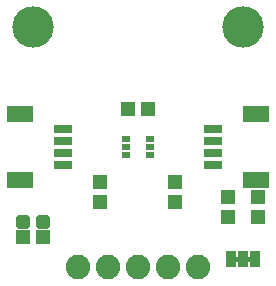
<source format=gts>
G75*
%MOIN*%
%OFA0B0*%
%FSLAX25Y25*%
%IPPOS*%
%LPD*%
%AMOC8*
5,1,8,0,0,1.08239X$1,22.5*
%
%ADD10R,0.04737X0.05131*%
%ADD11C,0.01990*%
%ADD12C,0.08200*%
%ADD13R,0.08674X0.05524*%
%ADD14R,0.06115X0.03162*%
%ADD15R,0.05131X0.04737*%
%ADD16C,0.13800*%
%ADD17R,0.03300X0.05800*%
%ADD18C,0.00500*%
%ADD19R,0.02572X0.01981*%
D10*
X0145833Y0066654D03*
X0145833Y0073346D03*
X0170833Y0073346D03*
X0170833Y0066654D03*
X0188333Y0068346D03*
X0198333Y0068346D03*
X0198333Y0061654D03*
X0188333Y0061654D03*
D11*
X0128159Y0061373D02*
X0128159Y0058627D01*
X0125413Y0058627D01*
X0125413Y0061373D01*
X0128159Y0061373D01*
X0128159Y0060517D02*
X0125413Y0060517D01*
X0121254Y0061373D02*
X0121254Y0058627D01*
X0118508Y0058627D01*
X0118508Y0061373D01*
X0121254Y0061373D01*
X0121254Y0060517D02*
X0118508Y0060517D01*
D12*
X0138333Y0045000D03*
X0148333Y0045000D03*
X0158333Y0045000D03*
X0168333Y0045000D03*
X0178333Y0045000D03*
D13*
X0197802Y0073976D03*
X0197802Y0096024D03*
X0118865Y0096024D03*
X0118865Y0073976D03*
D14*
X0133333Y0079094D03*
X0133333Y0083031D03*
X0133333Y0086969D03*
X0133333Y0090906D03*
X0183333Y0090906D03*
X0183333Y0086969D03*
X0183333Y0083031D03*
X0183333Y0079094D03*
D15*
X0161680Y0097500D03*
X0154987Y0097500D03*
X0126680Y0055000D03*
X0119987Y0055000D03*
D16*
X0123333Y0125000D03*
X0193333Y0125000D03*
D17*
X0193333Y0047500D03*
X0189333Y0047500D03*
X0197333Y0047500D03*
D18*
X0196083Y0047478D02*
X0194583Y0047478D01*
X0194583Y0047000D02*
X0194583Y0048000D01*
X0196083Y0048000D01*
X0196083Y0047000D01*
X0194583Y0047000D01*
X0194583Y0047976D02*
X0196083Y0047976D01*
X0192083Y0047976D02*
X0190583Y0047976D01*
X0190583Y0048000D02*
X0192083Y0048000D01*
X0192083Y0047000D01*
X0190583Y0047000D01*
X0190583Y0048000D01*
X0190583Y0047478D02*
X0192083Y0047478D01*
D19*
X0162172Y0082441D03*
X0162172Y0085000D03*
X0162172Y0087559D03*
X0154495Y0087559D03*
X0154495Y0085000D03*
X0154495Y0082441D03*
M02*

</source>
